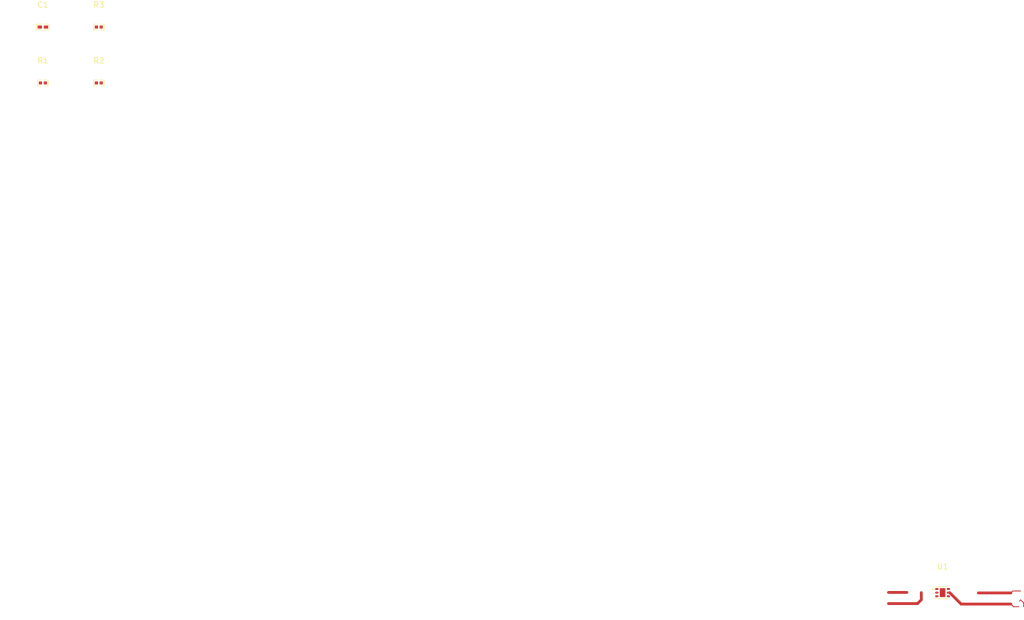
<source format=kicad_pcb>
(kicad_pcb (version 20241229) (generator "pcbnew") (generator_version "9.0")
  (layers (0 "F.Cu" signal) (2 "B.Cu" signal) (13 "F.Paste" user) (15 "B.Paste" user) (5 "F.SilkS" user "F.Silkscreen") (7 "B.SilkS" user "B.Silkscreen") (1 "F.Mask" user) (3 "B.Mask" user) (25 "Edge.Cuts" user))
  (net 0 "")
  (net 2 "IN")
  (net 6 "DNC")
  (net 7 "EN")
  (net 8 "line")
  (net 9 "gnd")
  (net 10 "FB")
  (net 11 "OUT")
  (footprint "atopile:WSON-6_L2.0-W2.0-P0.65-TL-EP-c93430" (layer "F.Cu") (at 160.93 91.24 0)
    (property "Reference" "U1" (at 0 -4.65 0) (layer "F.SilkS") (hide no))
    (property "Value" "")
    (fp_line (start -1.08 -1.08) (end 1.08 -1.08) (stroke (width 0.15)) (layer "F.SilkS"))
    (fp_line (start -1.08 1.08) (end 1.08 1.08) (stroke (width 0.15)) (layer "F.SilkS"))
    (fp_circle (center -1.63 -0.65) (end -1.56 -0.65) (stroke (width 0.15)) (fill no) (layer "F.SilkS"))
    (fp_text user "${REFERENCE}" (at 0 -4.65 0) (layer "F.SilkS"))
    (pad "1" smd oval (at -1.03 -0.65 -90) (size 0.36 0.61) (layers "F.Cu" "F.Paste" "F.Mask") (net 11 "OUT"))
    (pad "2" smd oval (at -1.03 0 -90) (size 0.36 0.61) (layers "F.Cu" "F.Paste" "F.Mask") (net 10 "FB"))
    (pad "3" smd oval (at -1.03 0.65 -90) (size 0.36 0.61) (layers "F.Cu" "F.Paste" "F.Mask") (net 9 "gnd"))
    (pad "4" smd oval (at 1.03 0.65 -90) (size 0.36 0.61) (layers "F.Cu" "F.Paste" "F.Mask") (net 7 "EN"))
    (pad "5" smd oval (at 1.03 0 -90) (size 0.36 0.61) (layers "F.Cu" "F.Paste" "F.Mask") (net 6 "DNC"))
    (pad "6" smd oval (at 1.03 -0.65 -90) (size 0.36 0.61) (layers "F.Cu" "F.Paste" "F.Mask") (net 2 "IN"))
    (pad "7" smd rect (at 0 0 0) (size 1 1.6) (layers "F.Cu" "F.Paste" "F.Mask") (net 9 "gnd"))
  )
  (footprint "atopile:R0402-56259e" (layer "F.Cu") (at 0 0 0)
    (property "Reference" "R1" (at 0 -4 0) (layer "F.SilkS") (hide no))
    (property "Value" "10kΩ ±1% 62.5mW")
    (fp_line (start -0.23 0.5) (end -0.94 0.5) (stroke (width 0.15)) (layer "F.SilkS"))
    (fp_line (start -0.94 0.5) (end -0.94 -0.5) (stroke (width 0.15)) (layer "F.SilkS"))
    (fp_line (start -0.94 -0.5) (end -0.23 -0.5) (stroke (width 0.15)) (layer "F.SilkS"))
    (fp_line (start 0.23 0.5) (end 0.94 0.5) (stroke (width 0.15)) (layer "F.SilkS"))
    (fp_line (start 0.94 0.5) (end 0.94 -0.5) (stroke (width 0.15)) (layer "F.SilkS"))
    (fp_line (start 0.94 -0.5) (end 0.23 -0.5) (stroke (width 0.15)) (layer "F.SilkS"))
    (fp_text user "${REFERENCE}" (at 0 -4 0) (layer "F.SilkS"))
    (pad "2" smd rect (at 0.43 0 0) (size 0.57 0.54) (layers "F.Cu" "F.Paste" "F.Mask") (net 7 "EN"))
    (pad "1" smd rect (at -0.43 0 0) (size 0.57 0.54) (layers "F.Cu" "F.Paste" "F.Mask") (net 8 "line"))
  )
  (footprint "atopile:C0402-b3ef17" (layer "F.Cu") (at 0 -10 0)
    (property "Reference" "C1" (at 0 -4 0) (layer "F.SilkS") (hide no))
    (property "Value" "1µF ±10% 25V X5R")
    (fp_line (start 1.02 -0.5) (end 0.23 -0.5) (stroke (width 0.15)) (layer "F.SilkS"))
    (fp_line (start 0.23 0.5) (end 1.02 0.5) (stroke (width 0.15)) (layer "F.SilkS"))
    (fp_line (start 1.17 0.35) (end 1.17 -0.35) (stroke (width 0.15)) (layer "F.SilkS"))
    (fp_line (start -1.02 -0.5) (end -0.23 -0.5) (stroke (width 0.15)) (layer "F.SilkS"))
    (fp_line (start -0.23 0.5) (end -1.02 0.5) (stroke (width 0.15)) (layer "F.SilkS"))
    (fp_line (start -1.17 0.35) (end -1.17 -0.35) (stroke (width 0.15)) (layer "F.SilkS"))
    (fp_arc (start 1.17 0.35) (mid 1.1260660171779822 0.456066017177982) (end 1.02 0.4999999999999999) (stroke (width 0.15)) (layer "F.SilkS"))
    (fp_arc (start 1.02 -0.5) (mid 1.1260660171779822 -0.4560660171779821) (end 1.17 -0.35) (stroke (width 0.15)) (layer "F.SilkS"))
    (fp_arc (start -1.17 0.35) (mid -1.1260660171779822 0.456066017177982) (end -1.02 0.4999999999999999) (stroke (width 0.15)) (layer "F.SilkS"))
    (fp_arc (start -1.02 -0.5) (mid -1.1260660171779822 -0.4560660171779821) (end -1.17 -0.35) (stroke (width 0.15)) (layer "F.SilkS"))
    (fp_text user "${REFERENCE}" (at 0 -4 0) (layer "F.SilkS"))
    (pad "2" smd rect (at 0.55 0 0) (size 0.79 0.54) (layers "F.Cu" "F.Paste" "F.Mask") (net 9 "gnd"))
    (pad "1" smd rect (at -0.55 0 0) (size 0.79 0.54) (layers "F.Cu" "F.Paste" "F.Mask") (net 11 "OUT"))
  )
  (footprint "atopile:R0402-56259e" (layer "F.Cu") (at 10 0 0)
    (property "Reference" "R2" (at 0 -4 0) (layer "F.SilkS") (hide no))
    (property "Value" "10kΩ ±1% 62.5mW")
    (fp_line (start -0.23 0.5) (end -0.94 0.5) (stroke (width 0.15)) (layer "F.SilkS"))
    (fp_line (start -0.94 0.5) (end -0.94 -0.5) (stroke (width 0.15)) (layer "F.SilkS"))
    (fp_line (start -0.94 -0.5) (end -0.23 -0.5) (stroke (width 0.15)) (layer "F.SilkS"))
    (fp_line (start 0.23 0.5) (end 0.94 0.5) (stroke (width 0.15)) (layer "F.SilkS"))
    (fp_line (start 0.94 0.5) (end 0.94 -0.5) (stroke (width 0.15)) (layer "F.SilkS"))
    (fp_line (start 0.94 -0.5) (end 0.23 -0.5) (stroke (width 0.15)) (layer "F.SilkS"))
    (fp_text user "${REFERENCE}" (at 0 -4 0) (layer "F.SilkS"))
    (pad "2" smd rect (at 0.43 0 0) (size 0.57 0.54) (layers "F.Cu" "F.Paste" "F.Mask") (net 9 "gnd"))
    (pad "1" smd rect (at -0.43 0 0) (size 0.57 0.54) (layers "F.Cu" "F.Paste" "F.Mask") (net 10 "FB"))
  )
  (footprint "atopile:R0402-56259e" (layer "F.Cu") (at 10 -10 0)
    (property "Reference" "R3" (at 0 -4 0) (layer "F.SilkS") (hide no))
    (property "Value" "10kΩ ±1% 62.5mW")
    (fp_line (start -0.23 0.5) (end -0.94 0.5) (stroke (width 0.15)) (layer "F.SilkS"))
    (fp_line (start -0.94 0.5) (end -0.94 -0.5) (stroke (width 0.15)) (layer "F.SilkS"))
    (fp_line (start -0.94 -0.5) (end -0.23 -0.5) (stroke (width 0.15)) (layer "F.SilkS"))
    (fp_line (start 0.23 0.5) (end 0.94 0.5) (stroke (width 0.15)) (layer "F.SilkS"))
    (fp_line (start 0.94 0.5) (end 0.94 -0.5) (stroke (width 0.15)) (layer "F.SilkS"))
    (fp_line (start 0.94 -0.5) (end 0.23 -0.5) (stroke (width 0.15)) (layer "F.SilkS"))
    (fp_text user "${REFERENCE}" (at 0 -4 0) (layer "F.SilkS"))
    (pad "2" smd rect (at 0.43 0 0) (size 0.57 0.54) (layers "F.Cu" "F.Paste" "F.Mask") (net 10 "FB"))
    (pad "1" smd rect (at -0.43 0 0) (size 0.57 0.54) (layers "F.Cu" "F.Paste" "F.Mask") (net 11 "OUT"))
  )
  (segment (start 175.42 93.07) (end 174.89 92.54) (width 0.15) (net 0) (layer "F.Cu"))
  (segment (start 174.68 92.75) (end 174.89 92.54) (width 0.15) (net 0) (layer "F.Cu"))
  (segment (start 175.42 93.76) (end 175.42 93.07) (width 0.15) (net 0) (layer "F.Cu"))
  (segment (start 173.49 90.94) (end 173.14 91.29) (width 0.15) (net 2) (layer "F.Cu"))
  (segment (start 173.14 91.29) (end 167.33 91.29) (width 0.5) (net 2) (layer "F.Cu"))
  (segment (start 174.89 90.94) (end 173.49 90.94) (width 0.15) (net 2) (layer "F.Cu"))
  (segment (start 167.33 91.29) (end 167.28 91.24) (width 0.15) (net 2) (layer "F.Cu"))
  (segment (start 164.25 93.29) (end 162.2 91.24) (width 0.5) (net 0) (layer "F.Cu"))
  (segment (start 173.61 93.76) (end 173.14 93.29) (width 0.15) (net 0) (layer "F.Cu"))
  (segment (start 174.56 93.76) (end 173.61 93.76) (width 0.15) (net 0) (layer "F.Cu"))
  (segment (start 173.14 93.29) (end 164.25 93.29) (width 0.5) (net 0) (layer "F.Cu"))
  (segment (start 154.54 91.2) (end 154.58 91.24) (width 0.15) (net 0) (layer "F.Cu"))
  (segment (start 151.25 91.2) (end 154.54 91.2) (width 0.5) (net 0) (layer "F.Cu"))
  (segment (start 156.44 93.2) (end 151.25 93.2) (width 0.5) (net 0) (layer "F.Cu"))
  (segment (start 157.12 91.24) (end 157.12 92.52) (width 0.5) (net 0) (layer "F.Cu"))
  (segment (start 157.12 92.52) (end 156.44 93.2) (width 0.5) (net 0) (layer "F.Cu"))
)
</source>
